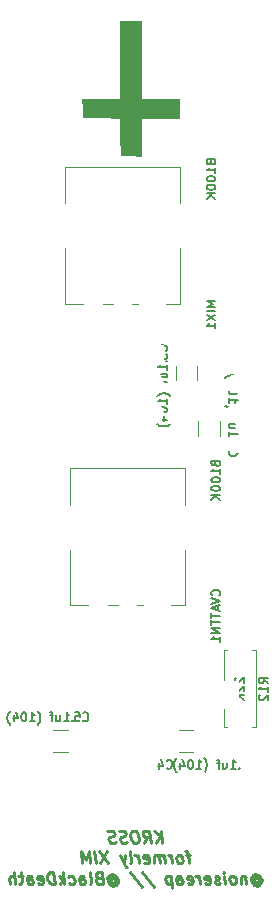
<source format=gbr>
%TF.GenerationSoftware,KiCad,Pcbnew,(5.1.12-1-10_14)*%
%TF.CreationDate,2021-12-12T17:33:21+01:00*%
%TF.ProjectId,kross,6b726f73-732e-46b6-9963-61645f706362,rev?*%
%TF.SameCoordinates,Original*%
%TF.FileFunction,Legend,Bot*%
%TF.FilePolarity,Positive*%
%FSLAX46Y46*%
G04 Gerber Fmt 4.6, Leading zero omitted, Abs format (unit mm)*
G04 Created by KiCad (PCBNEW (5.1.12-1-10_14)) date 2021-12-12 17:33:21*
%MOMM*%
%LPD*%
G01*
G04 APERTURE LIST*
%ADD10C,0.250000*%
%ADD11C,0.010000*%
%ADD12C,0.120000*%
%ADD13C,0.150000*%
%ADD14O,1.600000X2.400000*%
%ADD15R,1.600000X2.400000*%
%ADD16O,2.400000X1.600000*%
%ADD17R,2.400000X1.600000*%
%ADD18R,1.600000X1.600000*%
%ADD19O,1.600000X1.600000*%
%ADD20O,1.740000X2.200000*%
%ADD21C,3.200000*%
%ADD22C,3.240000*%
%ADD23C,1.800000*%
%ADD24R,1.800000X1.800000*%
%ADD25C,1.600000*%
%ADD26R,1.727200X1.727200*%
%ADD27O,1.727200X1.727200*%
G04 APERTURE END LIST*
D10*
X82846205Y-111702380D02*
X82721205Y-110702380D01*
X82274776Y-111702380D02*
X82631919Y-111130952D01*
X82149776Y-110702380D02*
X82792633Y-111273809D01*
X81274776Y-111702380D02*
X81548586Y-111226190D01*
X81846205Y-111702380D02*
X81721205Y-110702380D01*
X81340252Y-110702380D01*
X81250967Y-110750000D01*
X81209300Y-110797619D01*
X81173586Y-110892857D01*
X81191443Y-111035714D01*
X81250967Y-111130952D01*
X81304538Y-111178571D01*
X81405729Y-111226190D01*
X81786681Y-111226190D01*
X80530729Y-110702380D02*
X80340252Y-110702380D01*
X80250967Y-110750000D01*
X80167633Y-110845238D01*
X80143824Y-111035714D01*
X80185491Y-111369047D01*
X80256919Y-111559523D01*
X80364062Y-111654761D01*
X80465252Y-111702380D01*
X80655729Y-111702380D01*
X80745014Y-111654761D01*
X80828348Y-111559523D01*
X80852157Y-111369047D01*
X80810491Y-111035714D01*
X80739062Y-110845238D01*
X80631919Y-110750000D01*
X80530729Y-110702380D01*
X79840252Y-111654761D02*
X79703348Y-111702380D01*
X79465252Y-111702380D01*
X79364062Y-111654761D01*
X79310491Y-111607142D01*
X79250967Y-111511904D01*
X79239062Y-111416666D01*
X79274776Y-111321428D01*
X79316443Y-111273809D01*
X79405729Y-111226190D01*
X79590252Y-111178571D01*
X79679538Y-111130952D01*
X79721205Y-111083333D01*
X79756919Y-110988095D01*
X79745014Y-110892857D01*
X79685491Y-110797619D01*
X79631919Y-110750000D01*
X79530729Y-110702380D01*
X79292633Y-110702380D01*
X79155729Y-110750000D01*
X78887872Y-111654761D02*
X78750967Y-111702380D01*
X78512872Y-111702380D01*
X78411681Y-111654761D01*
X78358110Y-111607142D01*
X78298586Y-111511904D01*
X78286681Y-111416666D01*
X78322395Y-111321428D01*
X78364062Y-111273809D01*
X78453348Y-111226190D01*
X78637872Y-111178571D01*
X78727157Y-111130952D01*
X78768824Y-111083333D01*
X78804538Y-110988095D01*
X78792633Y-110892857D01*
X78733110Y-110797619D01*
X78679538Y-110750000D01*
X78578348Y-110702380D01*
X78340252Y-110702380D01*
X78203348Y-110750000D01*
X85191443Y-112785714D02*
X84810491Y-112785714D01*
X85131919Y-113452380D02*
X85024776Y-112595238D01*
X84965252Y-112500000D01*
X84864062Y-112452380D01*
X84768824Y-112452380D01*
X84417633Y-113452380D02*
X84506919Y-113404761D01*
X84548586Y-113357142D01*
X84584300Y-113261904D01*
X84548586Y-112976190D01*
X84489062Y-112880952D01*
X84435491Y-112833333D01*
X84334300Y-112785714D01*
X84191443Y-112785714D01*
X84102157Y-112833333D01*
X84060491Y-112880952D01*
X84024776Y-112976190D01*
X84060491Y-113261904D01*
X84120014Y-113357142D01*
X84173586Y-113404761D01*
X84274776Y-113452380D01*
X84417633Y-113452380D01*
X83655729Y-113452380D02*
X83572395Y-112785714D01*
X83596205Y-112976190D02*
X83536681Y-112880952D01*
X83483110Y-112833333D01*
X83381919Y-112785714D01*
X83286681Y-112785714D01*
X83036681Y-113452380D02*
X82953348Y-112785714D01*
X82965252Y-112880952D02*
X82911681Y-112833333D01*
X82810491Y-112785714D01*
X82667633Y-112785714D01*
X82578348Y-112833333D01*
X82542633Y-112928571D01*
X82608110Y-113452380D01*
X82542633Y-112928571D02*
X82483110Y-112833333D01*
X82381919Y-112785714D01*
X82239062Y-112785714D01*
X82149776Y-112833333D01*
X82114062Y-112928571D01*
X82179538Y-113452380D01*
X81316443Y-113404761D02*
X81417633Y-113452380D01*
X81608110Y-113452380D01*
X81697395Y-113404761D01*
X81733110Y-113309523D01*
X81685491Y-112928571D01*
X81625967Y-112833333D01*
X81524776Y-112785714D01*
X81334300Y-112785714D01*
X81245014Y-112833333D01*
X81209300Y-112928571D01*
X81221205Y-113023809D01*
X81709300Y-113119047D01*
X80846205Y-113452380D02*
X80762872Y-112785714D01*
X80786681Y-112976190D02*
X80727157Y-112880952D01*
X80673586Y-112833333D01*
X80572395Y-112785714D01*
X80477157Y-112785714D01*
X80084300Y-113452380D02*
X80173586Y-113404761D01*
X80209300Y-113309523D01*
X80102157Y-112452380D01*
X79715252Y-112785714D02*
X79560491Y-113452380D01*
X79239062Y-112785714D02*
X79560491Y-113452380D01*
X79685491Y-113690476D01*
X79739062Y-113738095D01*
X79840252Y-113785714D01*
X78149776Y-112452380D02*
X77608110Y-113452380D01*
X77483110Y-112452380D02*
X78274776Y-113452380D01*
X77227157Y-113452380D02*
X77102157Y-112452380D01*
X76750967Y-113452380D02*
X76625967Y-112452380D01*
X76381919Y-113166666D01*
X75959300Y-112452380D01*
X76084300Y-113452380D01*
X90572395Y-114726190D02*
X90614062Y-114678571D01*
X90703348Y-114630952D01*
X90798586Y-114630952D01*
X90899776Y-114678571D01*
X90953348Y-114726190D01*
X91012872Y-114821428D01*
X91024776Y-114916666D01*
X90989062Y-115011904D01*
X90947395Y-115059523D01*
X90858110Y-115107142D01*
X90762872Y-115107142D01*
X90661681Y-115059523D01*
X90608110Y-115011904D01*
X90560491Y-114630952D02*
X90608110Y-115011904D01*
X90566443Y-115059523D01*
X90518824Y-115059523D01*
X90417633Y-115011904D01*
X90358110Y-114916666D01*
X90328348Y-114678571D01*
X90405729Y-114535714D01*
X90536681Y-114440476D01*
X90721205Y-114392857D01*
X90917633Y-114440476D01*
X91072395Y-114535714D01*
X91185491Y-114678571D01*
X91256919Y-114869047D01*
X91233110Y-115059523D01*
X91155729Y-115202380D01*
X91024776Y-115297619D01*
X90840252Y-115345238D01*
X90643824Y-115297619D01*
X90489062Y-115202380D01*
X89881919Y-114535714D02*
X89965252Y-115202380D01*
X89893824Y-114630952D02*
X89840252Y-114583333D01*
X89739062Y-114535714D01*
X89596205Y-114535714D01*
X89506919Y-114583333D01*
X89471205Y-114678571D01*
X89536681Y-115202380D01*
X88917633Y-115202380D02*
X89006919Y-115154761D01*
X89048586Y-115107142D01*
X89084300Y-115011904D01*
X89048586Y-114726190D01*
X88989062Y-114630952D01*
X88935491Y-114583333D01*
X88834300Y-114535714D01*
X88691443Y-114535714D01*
X88602157Y-114583333D01*
X88560491Y-114630952D01*
X88524776Y-114726190D01*
X88560491Y-115011904D01*
X88620014Y-115107142D01*
X88673586Y-115154761D01*
X88774776Y-115202380D01*
X88917633Y-115202380D01*
X88155729Y-115202380D02*
X88072395Y-114535714D01*
X88030729Y-114202380D02*
X88084300Y-114250000D01*
X88042633Y-114297619D01*
X87989062Y-114250000D01*
X88030729Y-114202380D01*
X88042633Y-114297619D01*
X87721205Y-115154761D02*
X87631919Y-115202380D01*
X87441443Y-115202380D01*
X87340252Y-115154761D01*
X87280729Y-115059523D01*
X87274776Y-115011904D01*
X87310491Y-114916666D01*
X87399776Y-114869047D01*
X87542633Y-114869047D01*
X87631919Y-114821428D01*
X87667633Y-114726190D01*
X87661681Y-114678571D01*
X87602157Y-114583333D01*
X87500967Y-114535714D01*
X87358110Y-114535714D01*
X87268824Y-114583333D01*
X86483110Y-115154761D02*
X86584300Y-115202380D01*
X86774776Y-115202380D01*
X86864062Y-115154761D01*
X86899776Y-115059523D01*
X86852157Y-114678571D01*
X86792633Y-114583333D01*
X86691443Y-114535714D01*
X86500967Y-114535714D01*
X86411681Y-114583333D01*
X86375967Y-114678571D01*
X86387872Y-114773809D01*
X86875967Y-114869047D01*
X86012872Y-115202380D02*
X85929538Y-114535714D01*
X85953348Y-114726190D02*
X85893824Y-114630952D01*
X85840252Y-114583333D01*
X85739062Y-114535714D01*
X85643824Y-114535714D01*
X85006919Y-115154761D02*
X85108110Y-115202380D01*
X85298586Y-115202380D01*
X85387872Y-115154761D01*
X85423586Y-115059523D01*
X85375967Y-114678571D01*
X85316443Y-114583333D01*
X85215252Y-114535714D01*
X85024776Y-114535714D01*
X84935491Y-114583333D01*
X84899776Y-114678571D01*
X84911681Y-114773809D01*
X85399776Y-114869047D01*
X84108110Y-115202380D02*
X84042633Y-114678571D01*
X84078348Y-114583333D01*
X84167633Y-114535714D01*
X84358110Y-114535714D01*
X84459300Y-114583333D01*
X84102157Y-115154761D02*
X84203348Y-115202380D01*
X84441443Y-115202380D01*
X84530729Y-115154761D01*
X84566443Y-115059523D01*
X84554538Y-114964285D01*
X84495014Y-114869047D01*
X84393824Y-114821428D01*
X84155729Y-114821428D01*
X84054538Y-114773809D01*
X83548586Y-114535714D02*
X83673586Y-115535714D01*
X83554538Y-114583333D02*
X83453348Y-114535714D01*
X83262872Y-114535714D01*
X83173586Y-114583333D01*
X83131919Y-114630952D01*
X83096205Y-114726190D01*
X83131919Y-115011904D01*
X83191443Y-115107142D01*
X83245014Y-115154761D01*
X83346205Y-115202380D01*
X83536681Y-115202380D01*
X83625967Y-115154761D01*
X81120014Y-114154761D02*
X82137872Y-115440476D01*
X80072395Y-114154761D02*
X81090252Y-115440476D01*
X78429538Y-114726190D02*
X78471205Y-114678571D01*
X78560491Y-114630952D01*
X78655729Y-114630952D01*
X78756919Y-114678571D01*
X78810491Y-114726190D01*
X78870014Y-114821428D01*
X78881919Y-114916666D01*
X78846205Y-115011904D01*
X78804538Y-115059523D01*
X78715252Y-115107142D01*
X78620014Y-115107142D01*
X78518824Y-115059523D01*
X78465252Y-115011904D01*
X78417633Y-114630952D02*
X78465252Y-115011904D01*
X78423586Y-115059523D01*
X78375967Y-115059523D01*
X78274776Y-115011904D01*
X78215252Y-114916666D01*
X78185491Y-114678571D01*
X78262872Y-114535714D01*
X78393824Y-114440476D01*
X78578348Y-114392857D01*
X78774776Y-114440476D01*
X78929538Y-114535714D01*
X79042633Y-114678571D01*
X79114062Y-114869047D01*
X79090252Y-115059523D01*
X79012872Y-115202380D01*
X78881919Y-115297619D01*
X78697395Y-115345238D01*
X78500967Y-115297619D01*
X78346205Y-115202380D01*
X77423586Y-114678571D02*
X77286681Y-114726190D01*
X77245014Y-114773809D01*
X77209300Y-114869047D01*
X77227157Y-115011904D01*
X77286681Y-115107142D01*
X77340252Y-115154761D01*
X77441443Y-115202380D01*
X77822395Y-115202380D01*
X77697395Y-114202380D01*
X77364062Y-114202380D01*
X77274776Y-114250000D01*
X77233110Y-114297619D01*
X77197395Y-114392857D01*
X77209300Y-114488095D01*
X77268824Y-114583333D01*
X77322395Y-114630952D01*
X77423586Y-114678571D01*
X77756919Y-114678571D01*
X76679538Y-115202380D02*
X76768824Y-115154761D01*
X76804538Y-115059523D01*
X76697395Y-114202380D01*
X75870014Y-115202380D02*
X75804538Y-114678571D01*
X75840252Y-114583333D01*
X75929538Y-114535714D01*
X76120014Y-114535714D01*
X76221205Y-114583333D01*
X75864062Y-115154761D02*
X75965252Y-115202380D01*
X76203348Y-115202380D01*
X76292633Y-115154761D01*
X76328348Y-115059523D01*
X76316443Y-114964285D01*
X76256919Y-114869047D01*
X76155729Y-114821428D01*
X75917633Y-114821428D01*
X75816443Y-114773809D01*
X74959300Y-115154761D02*
X75060491Y-115202380D01*
X75250967Y-115202380D01*
X75340252Y-115154761D01*
X75381919Y-115107142D01*
X75417633Y-115011904D01*
X75381919Y-114726190D01*
X75322395Y-114630952D01*
X75268824Y-114583333D01*
X75167633Y-114535714D01*
X74977157Y-114535714D01*
X74887872Y-114583333D01*
X74536681Y-115202380D02*
X74411681Y-114202380D01*
X74393824Y-114821428D02*
X74155729Y-115202380D01*
X74072395Y-114535714D02*
X74500967Y-114916666D01*
X73727157Y-115202380D02*
X73602157Y-114202380D01*
X73364062Y-114202380D01*
X73227157Y-114250000D01*
X73143824Y-114345238D01*
X73108110Y-114440476D01*
X73084300Y-114630952D01*
X73102157Y-114773809D01*
X73173586Y-114964285D01*
X73233110Y-115059523D01*
X73340252Y-115154761D01*
X73489062Y-115202380D01*
X73727157Y-115202380D01*
X72340252Y-115154761D02*
X72441443Y-115202380D01*
X72631919Y-115202380D01*
X72721205Y-115154761D01*
X72756919Y-115059523D01*
X72709300Y-114678571D01*
X72649776Y-114583333D01*
X72548586Y-114535714D01*
X72358110Y-114535714D01*
X72268824Y-114583333D01*
X72233110Y-114678571D01*
X72245014Y-114773809D01*
X72733110Y-114869047D01*
X71441443Y-115202380D02*
X71375967Y-114678571D01*
X71411681Y-114583333D01*
X71500967Y-114535714D01*
X71691443Y-114535714D01*
X71792633Y-114583333D01*
X71435491Y-115154761D02*
X71536681Y-115202380D01*
X71774776Y-115202380D01*
X71864062Y-115154761D01*
X71899776Y-115059523D01*
X71887872Y-114964285D01*
X71828348Y-114869047D01*
X71727157Y-114821428D01*
X71489062Y-114821428D01*
X71387872Y-114773809D01*
X71024776Y-114535714D02*
X70643824Y-114535714D01*
X70840252Y-114202380D02*
X70947395Y-115059523D01*
X70911681Y-115154761D01*
X70822395Y-115202380D01*
X70727157Y-115202380D01*
X70393824Y-115202380D02*
X70268824Y-114202380D01*
X69965252Y-115202380D02*
X69899776Y-114678571D01*
X69935491Y-114583333D01*
X70024776Y-114535714D01*
X70167633Y-114535714D01*
X70268824Y-114583333D01*
X70322395Y-114630952D01*
D11*
%TO.C,G\u002A\u002A\u002A*%
G36*
X81032867Y-50341958D02*
G01*
X84230070Y-50341958D01*
X84230070Y-48743357D01*
X81032867Y-48743357D01*
X81032867Y-42171329D01*
X79256643Y-42171329D01*
X79256643Y-48743357D01*
X76039014Y-48743357D01*
X76093633Y-49498252D01*
X76148251Y-50253147D01*
X77695631Y-50304369D01*
X79243011Y-50355590D01*
X79294233Y-51902970D01*
X79345454Y-53450350D01*
X80189161Y-53504488D01*
X81032867Y-53558625D01*
X81032867Y-50341958D01*
G37*
X81032867Y-50341958D02*
X84230070Y-50341958D01*
X84230070Y-48743357D01*
X81032867Y-48743357D01*
X81032867Y-42171329D01*
X79256643Y-42171329D01*
X79256643Y-48743357D01*
X76039014Y-48743357D01*
X76093633Y-49498252D01*
X76148251Y-50253147D01*
X77695631Y-50304369D01*
X79243011Y-50355590D01*
X79294233Y-51902970D01*
X79345454Y-53450350D01*
X80189161Y-53504488D01*
X81032867Y-53558625D01*
X81032867Y-50341958D01*
D12*
%TO.C,MIX1*%
X74630000Y-54530000D02*
X84370000Y-54530000D01*
X74630000Y-66120000D02*
X76120000Y-66120000D01*
X74630000Y-57590000D02*
X74630000Y-54530000D01*
X84380000Y-66120000D02*
X84380000Y-61400000D01*
X84370000Y-57590000D02*
X84370000Y-54530000D01*
X74630000Y-66120000D02*
X74630000Y-61400000D01*
X83190000Y-66120000D02*
X84370000Y-66120000D01*
X80290000Y-66120000D02*
X80820000Y-66120000D01*
X77840000Y-66120000D02*
X78670000Y-66120000D01*
%TO.C,CVATTN1*%
X78240000Y-91620000D02*
X79070000Y-91620000D01*
X80690000Y-91620000D02*
X81220000Y-91620000D01*
X83590000Y-91620000D02*
X84770000Y-91620000D01*
X75030000Y-91620000D02*
X75030000Y-86900000D01*
X84770000Y-83090000D02*
X84770000Y-80030000D01*
X84780000Y-91620000D02*
X84780000Y-86900000D01*
X75030000Y-83090000D02*
X75030000Y-80030000D01*
X75030000Y-91620000D02*
X76520000Y-91620000D01*
X75030000Y-80030000D02*
X84770000Y-80030000D01*
%TO.C,C6*%
X87720000Y-77279000D02*
X87720000Y-76021000D01*
X85880000Y-77279000D02*
X85880000Y-76021000D01*
%TO.C,C5*%
X74879000Y-102180000D02*
X73621000Y-102180000D01*
X74879000Y-104020000D02*
X73621000Y-104020000D01*
%TO.C,C4*%
X84221000Y-102180000D02*
X85479000Y-102180000D01*
X84221000Y-104020000D02*
X85479000Y-104020000D01*
%TO.C,C3*%
X85820000Y-71321000D02*
X85820000Y-72579000D01*
X83980000Y-71321000D02*
X83980000Y-72579000D01*
%TO.C,R12*%
X88030000Y-95420000D02*
X88360000Y-95420000D01*
X88030000Y-101960000D02*
X88030000Y-95420000D01*
X88360000Y-101960000D02*
X88030000Y-101960000D01*
X90770000Y-95420000D02*
X90440000Y-95420000D01*
X90770000Y-101960000D02*
X90770000Y-95420000D01*
X90440000Y-101960000D02*
X90770000Y-101960000D01*
%TO.C,MIX1*%
D13*
X87339285Y-65857142D02*
X86589285Y-65857142D01*
X87125000Y-66107142D01*
X86589285Y-66357142D01*
X87339285Y-66357142D01*
X87339285Y-66714285D02*
X86589285Y-66714285D01*
X86589285Y-67000000D02*
X87339285Y-67500000D01*
X86589285Y-67500000D02*
X87339285Y-67000000D01*
X87339285Y-68178571D02*
X87339285Y-67750000D01*
X87339285Y-67964285D02*
X86589285Y-67964285D01*
X86696428Y-67892857D01*
X86767857Y-67821428D01*
X86803571Y-67750000D01*
X86946428Y-54107142D02*
X86982142Y-54214285D01*
X87017857Y-54250000D01*
X87089285Y-54285714D01*
X87196428Y-54285714D01*
X87267857Y-54250000D01*
X87303571Y-54214285D01*
X87339285Y-54142857D01*
X87339285Y-53857142D01*
X86589285Y-53857142D01*
X86589285Y-54107142D01*
X86625000Y-54178571D01*
X86660714Y-54214285D01*
X86732142Y-54250000D01*
X86803571Y-54250000D01*
X86875000Y-54214285D01*
X86910714Y-54178571D01*
X86946428Y-54107142D01*
X86946428Y-53857142D01*
X87339285Y-55000000D02*
X87339285Y-54571428D01*
X87339285Y-54785714D02*
X86589285Y-54785714D01*
X86696428Y-54714285D01*
X86767857Y-54642857D01*
X86803571Y-54571428D01*
X86589285Y-55464285D02*
X86589285Y-55535714D01*
X86625000Y-55607142D01*
X86660714Y-55642857D01*
X86732142Y-55678571D01*
X86875000Y-55714285D01*
X87053571Y-55714285D01*
X87196428Y-55678571D01*
X87267857Y-55642857D01*
X87303571Y-55607142D01*
X87339285Y-55535714D01*
X87339285Y-55464285D01*
X87303571Y-55392857D01*
X87267857Y-55357142D01*
X87196428Y-55321428D01*
X87053571Y-55285714D01*
X86875000Y-55285714D01*
X86732142Y-55321428D01*
X86660714Y-55357142D01*
X86625000Y-55392857D01*
X86589285Y-55464285D01*
X86589285Y-56178571D02*
X86589285Y-56250000D01*
X86625000Y-56321428D01*
X86660714Y-56357142D01*
X86732142Y-56392857D01*
X86875000Y-56428571D01*
X87053571Y-56428571D01*
X87196428Y-56392857D01*
X87267857Y-56357142D01*
X87303571Y-56321428D01*
X87339285Y-56250000D01*
X87339285Y-56178571D01*
X87303571Y-56107142D01*
X87267857Y-56071428D01*
X87196428Y-56035714D01*
X87053571Y-56000000D01*
X86875000Y-56000000D01*
X86732142Y-56035714D01*
X86660714Y-56071428D01*
X86625000Y-56107142D01*
X86589285Y-56178571D01*
X87339285Y-56750000D02*
X86589285Y-56750000D01*
X87339285Y-57178571D02*
X86910714Y-56857142D01*
X86589285Y-57178571D02*
X87017857Y-56750000D01*
%TO.C,CVATTN1*%
X87667857Y-90767857D02*
X87703571Y-90732142D01*
X87739285Y-90625000D01*
X87739285Y-90553571D01*
X87703571Y-90446428D01*
X87632142Y-90375000D01*
X87560714Y-90339285D01*
X87417857Y-90303571D01*
X87310714Y-90303571D01*
X87167857Y-90339285D01*
X87096428Y-90375000D01*
X87025000Y-90446428D01*
X86989285Y-90553571D01*
X86989285Y-90625000D01*
X87025000Y-90732142D01*
X87060714Y-90767857D01*
X86989285Y-90982142D02*
X87739285Y-91232142D01*
X86989285Y-91482142D01*
X87525000Y-91696428D02*
X87525000Y-92053571D01*
X87739285Y-91625000D02*
X86989285Y-91875000D01*
X87739285Y-92125000D01*
X86989285Y-92267857D02*
X86989285Y-92696428D01*
X87739285Y-92482142D02*
X86989285Y-92482142D01*
X86989285Y-92839285D02*
X86989285Y-93267857D01*
X87739285Y-93053571D02*
X86989285Y-93053571D01*
X87739285Y-93517857D02*
X86989285Y-93517857D01*
X87739285Y-93946428D01*
X86989285Y-93946428D01*
X87739285Y-94696428D02*
X87739285Y-94267857D01*
X87739285Y-94482142D02*
X86989285Y-94482142D01*
X87096428Y-94410714D01*
X87167857Y-94339285D01*
X87203571Y-94267857D01*
X87346428Y-79607142D02*
X87382142Y-79714285D01*
X87417857Y-79750000D01*
X87489285Y-79785714D01*
X87596428Y-79785714D01*
X87667857Y-79750000D01*
X87703571Y-79714285D01*
X87739285Y-79642857D01*
X87739285Y-79357142D01*
X86989285Y-79357142D01*
X86989285Y-79607142D01*
X87025000Y-79678571D01*
X87060714Y-79714285D01*
X87132142Y-79750000D01*
X87203571Y-79750000D01*
X87275000Y-79714285D01*
X87310714Y-79678571D01*
X87346428Y-79607142D01*
X87346428Y-79357142D01*
X87739285Y-80500000D02*
X87739285Y-80071428D01*
X87739285Y-80285714D02*
X86989285Y-80285714D01*
X87096428Y-80214285D01*
X87167857Y-80142857D01*
X87203571Y-80071428D01*
X86989285Y-80964285D02*
X86989285Y-81035714D01*
X87025000Y-81107142D01*
X87060714Y-81142857D01*
X87132142Y-81178571D01*
X87275000Y-81214285D01*
X87453571Y-81214285D01*
X87596428Y-81178571D01*
X87667857Y-81142857D01*
X87703571Y-81107142D01*
X87739285Y-81035714D01*
X87739285Y-80964285D01*
X87703571Y-80892857D01*
X87667857Y-80857142D01*
X87596428Y-80821428D01*
X87453571Y-80785714D01*
X87275000Y-80785714D01*
X87132142Y-80821428D01*
X87060714Y-80857142D01*
X87025000Y-80892857D01*
X86989285Y-80964285D01*
X86989285Y-81678571D02*
X86989285Y-81750000D01*
X87025000Y-81821428D01*
X87060714Y-81857142D01*
X87132142Y-81892857D01*
X87275000Y-81928571D01*
X87453571Y-81928571D01*
X87596428Y-81892857D01*
X87667857Y-81857142D01*
X87703571Y-81821428D01*
X87739285Y-81750000D01*
X87739285Y-81678571D01*
X87703571Y-81607142D01*
X87667857Y-81571428D01*
X87596428Y-81535714D01*
X87453571Y-81500000D01*
X87275000Y-81500000D01*
X87132142Y-81535714D01*
X87060714Y-81571428D01*
X87025000Y-81607142D01*
X86989285Y-81678571D01*
X87739285Y-82250000D02*
X86989285Y-82250000D01*
X87739285Y-82678571D02*
X87310714Y-82357142D01*
X86989285Y-82678571D02*
X87417857Y-82250000D01*
%TO.C,C6*%
X88532142Y-78525000D02*
X88496428Y-78560714D01*
X88460714Y-78667857D01*
X88460714Y-78739285D01*
X88496428Y-78846428D01*
X88567857Y-78917857D01*
X88639285Y-78953571D01*
X88782142Y-78989285D01*
X88889285Y-78989285D01*
X89032142Y-78953571D01*
X89103571Y-78917857D01*
X89175000Y-78846428D01*
X89210714Y-78739285D01*
X89210714Y-78667857D01*
X89175000Y-78560714D01*
X89139285Y-78525000D01*
X89210714Y-77882142D02*
X89210714Y-78025000D01*
X89175000Y-78096428D01*
X89139285Y-78132142D01*
X89032142Y-78203571D01*
X88889285Y-78239285D01*
X88603571Y-78239285D01*
X88532142Y-78203571D01*
X88496428Y-78167857D01*
X88460714Y-78096428D01*
X88460714Y-77953571D01*
X88496428Y-77882142D01*
X88532142Y-77846428D01*
X88603571Y-77810714D01*
X88782142Y-77810714D01*
X88853571Y-77846428D01*
X88889285Y-77882142D01*
X88925000Y-77953571D01*
X88925000Y-78096428D01*
X88889285Y-78167857D01*
X88853571Y-78203571D01*
X88782142Y-78239285D01*
X88532142Y-77667857D02*
X88496428Y-77632142D01*
X88460714Y-77667857D01*
X88496428Y-77703571D01*
X88532142Y-77667857D01*
X88460714Y-77667857D01*
X88460714Y-76917857D02*
X88460714Y-77346428D01*
X88460714Y-77132142D02*
X89210714Y-77132142D01*
X89103571Y-77203571D01*
X89032142Y-77275000D01*
X88996428Y-77346428D01*
X88960714Y-76275000D02*
X88460714Y-76275000D01*
X88960714Y-76596428D02*
X88567857Y-76596428D01*
X88496428Y-76560714D01*
X88460714Y-76489285D01*
X88460714Y-76382142D01*
X88496428Y-76310714D01*
X88532142Y-76275000D01*
X88960714Y-76025000D02*
X88960714Y-75739285D01*
X88460714Y-75917857D02*
X89103571Y-75917857D01*
X89175000Y-75882142D01*
X89210714Y-75810714D01*
X89210714Y-75739285D01*
X88175000Y-74703571D02*
X88210714Y-74739285D01*
X88317857Y-74810714D01*
X88389285Y-74846428D01*
X88496428Y-74882142D01*
X88675000Y-74917857D01*
X88817857Y-74917857D01*
X88996428Y-74882142D01*
X89103571Y-74846428D01*
X89175000Y-74810714D01*
X89282142Y-74739285D01*
X89317857Y-74703571D01*
X88460714Y-74025000D02*
X88460714Y-74453571D01*
X88460714Y-74239285D02*
X89210714Y-74239285D01*
X89103571Y-74310714D01*
X89032142Y-74382142D01*
X88996428Y-74453571D01*
X89210714Y-73560714D02*
X89210714Y-73489285D01*
X89175000Y-73417857D01*
X89139285Y-73382142D01*
X89067857Y-73346428D01*
X88925000Y-73310714D01*
X88746428Y-73310714D01*
X88603571Y-73346428D01*
X88532142Y-73382142D01*
X88496428Y-73417857D01*
X88460714Y-73489285D01*
X88460714Y-73560714D01*
X88496428Y-73632142D01*
X88532142Y-73667857D01*
X88603571Y-73703571D01*
X88746428Y-73739285D01*
X88925000Y-73739285D01*
X89067857Y-73703571D01*
X89139285Y-73667857D01*
X89175000Y-73632142D01*
X89210714Y-73560714D01*
X88960714Y-72667857D02*
X88460714Y-72667857D01*
X89246428Y-72846428D02*
X88710714Y-73025000D01*
X88710714Y-72560714D01*
X88175000Y-72346428D02*
X88210714Y-72310714D01*
X88317857Y-72239285D01*
X88389285Y-72203571D01*
X88496428Y-72167857D01*
X88675000Y-72132142D01*
X88817857Y-72132142D01*
X88996428Y-72167857D01*
X89103571Y-72203571D01*
X89175000Y-72239285D01*
X89282142Y-72310714D01*
X89317857Y-72346428D01*
%TO.C,C5*%
X76125000Y-101367857D02*
X76160714Y-101403571D01*
X76267857Y-101439285D01*
X76339285Y-101439285D01*
X76446428Y-101403571D01*
X76517857Y-101332142D01*
X76553571Y-101260714D01*
X76589285Y-101117857D01*
X76589285Y-101010714D01*
X76553571Y-100867857D01*
X76517857Y-100796428D01*
X76446428Y-100725000D01*
X76339285Y-100689285D01*
X76267857Y-100689285D01*
X76160714Y-100725000D01*
X76125000Y-100760714D01*
X75446428Y-100689285D02*
X75803571Y-100689285D01*
X75839285Y-101046428D01*
X75803571Y-101010714D01*
X75732142Y-100975000D01*
X75553571Y-100975000D01*
X75482142Y-101010714D01*
X75446428Y-101046428D01*
X75410714Y-101117857D01*
X75410714Y-101296428D01*
X75446428Y-101367857D01*
X75482142Y-101403571D01*
X75553571Y-101439285D01*
X75732142Y-101439285D01*
X75803571Y-101403571D01*
X75839285Y-101367857D01*
X75267857Y-101367857D02*
X75232142Y-101403571D01*
X75267857Y-101439285D01*
X75303571Y-101403571D01*
X75267857Y-101367857D01*
X75267857Y-101439285D01*
X74517857Y-101439285D02*
X74946428Y-101439285D01*
X74732142Y-101439285D02*
X74732142Y-100689285D01*
X74803571Y-100796428D01*
X74875000Y-100867857D01*
X74946428Y-100903571D01*
X73875000Y-100939285D02*
X73875000Y-101439285D01*
X74196428Y-100939285D02*
X74196428Y-101332142D01*
X74160714Y-101403571D01*
X74089285Y-101439285D01*
X73982142Y-101439285D01*
X73910714Y-101403571D01*
X73875000Y-101367857D01*
X73625000Y-100939285D02*
X73339285Y-100939285D01*
X73517857Y-101439285D02*
X73517857Y-100796428D01*
X73482142Y-100725000D01*
X73410714Y-100689285D01*
X73339285Y-100689285D01*
X72303571Y-101725000D02*
X72339285Y-101689285D01*
X72410714Y-101582142D01*
X72446428Y-101510714D01*
X72482142Y-101403571D01*
X72517857Y-101225000D01*
X72517857Y-101082142D01*
X72482142Y-100903571D01*
X72446428Y-100796428D01*
X72410714Y-100725000D01*
X72339285Y-100617857D01*
X72303571Y-100582142D01*
X71625000Y-101439285D02*
X72053571Y-101439285D01*
X71839285Y-101439285D02*
X71839285Y-100689285D01*
X71910714Y-100796428D01*
X71982142Y-100867857D01*
X72053571Y-100903571D01*
X71160714Y-100689285D02*
X71089285Y-100689285D01*
X71017857Y-100725000D01*
X70982142Y-100760714D01*
X70946428Y-100832142D01*
X70910714Y-100975000D01*
X70910714Y-101153571D01*
X70946428Y-101296428D01*
X70982142Y-101367857D01*
X71017857Y-101403571D01*
X71089285Y-101439285D01*
X71160714Y-101439285D01*
X71232142Y-101403571D01*
X71267857Y-101367857D01*
X71303571Y-101296428D01*
X71339285Y-101153571D01*
X71339285Y-100975000D01*
X71303571Y-100832142D01*
X71267857Y-100760714D01*
X71232142Y-100725000D01*
X71160714Y-100689285D01*
X70267857Y-100939285D02*
X70267857Y-101439285D01*
X70446428Y-100653571D02*
X70625000Y-101189285D01*
X70160714Y-101189285D01*
X69946428Y-101725000D02*
X69910714Y-101689285D01*
X69839285Y-101582142D01*
X69803571Y-101510714D01*
X69767857Y-101403571D01*
X69732142Y-101225000D01*
X69732142Y-101082142D01*
X69767857Y-100903571D01*
X69803571Y-100796428D01*
X69839285Y-100725000D01*
X69910714Y-100617857D01*
X69946428Y-100582142D01*
%TO.C,C4*%
X83225000Y-105367857D02*
X83260714Y-105403571D01*
X83367857Y-105439285D01*
X83439285Y-105439285D01*
X83546428Y-105403571D01*
X83617857Y-105332142D01*
X83653571Y-105260714D01*
X83689285Y-105117857D01*
X83689285Y-105010714D01*
X83653571Y-104867857D01*
X83617857Y-104796428D01*
X83546428Y-104725000D01*
X83439285Y-104689285D01*
X83367857Y-104689285D01*
X83260714Y-104725000D01*
X83225000Y-104760714D01*
X82582142Y-104939285D02*
X82582142Y-105439285D01*
X82760714Y-104653571D02*
X82939285Y-105189285D01*
X82475000Y-105189285D01*
X89367857Y-105367857D02*
X89332142Y-105403571D01*
X89367857Y-105439285D01*
X89403571Y-105403571D01*
X89367857Y-105367857D01*
X89367857Y-105439285D01*
X88617857Y-105439285D02*
X89046428Y-105439285D01*
X88832142Y-105439285D02*
X88832142Y-104689285D01*
X88903571Y-104796428D01*
X88975000Y-104867857D01*
X89046428Y-104903571D01*
X87975000Y-104939285D02*
X87975000Y-105439285D01*
X88296428Y-104939285D02*
X88296428Y-105332142D01*
X88260714Y-105403571D01*
X88189285Y-105439285D01*
X88082142Y-105439285D01*
X88010714Y-105403571D01*
X87975000Y-105367857D01*
X87725000Y-104939285D02*
X87439285Y-104939285D01*
X87617857Y-105439285D02*
X87617857Y-104796428D01*
X87582142Y-104725000D01*
X87510714Y-104689285D01*
X87439285Y-104689285D01*
X86403571Y-105725000D02*
X86439285Y-105689285D01*
X86510714Y-105582142D01*
X86546428Y-105510714D01*
X86582142Y-105403571D01*
X86617857Y-105225000D01*
X86617857Y-105082142D01*
X86582142Y-104903571D01*
X86546428Y-104796428D01*
X86510714Y-104725000D01*
X86439285Y-104617857D01*
X86403571Y-104582142D01*
X85725000Y-105439285D02*
X86153571Y-105439285D01*
X85939285Y-105439285D02*
X85939285Y-104689285D01*
X86010714Y-104796428D01*
X86082142Y-104867857D01*
X86153571Y-104903571D01*
X85260714Y-104689285D02*
X85189285Y-104689285D01*
X85117857Y-104725000D01*
X85082142Y-104760714D01*
X85046428Y-104832142D01*
X85010714Y-104975000D01*
X85010714Y-105153571D01*
X85046428Y-105296428D01*
X85082142Y-105367857D01*
X85117857Y-105403571D01*
X85189285Y-105439285D01*
X85260714Y-105439285D01*
X85332142Y-105403571D01*
X85367857Y-105367857D01*
X85403571Y-105296428D01*
X85439285Y-105153571D01*
X85439285Y-104975000D01*
X85403571Y-104832142D01*
X85367857Y-104760714D01*
X85332142Y-104725000D01*
X85260714Y-104689285D01*
X84367857Y-104939285D02*
X84367857Y-105439285D01*
X84546428Y-104653571D02*
X84725000Y-105189285D01*
X84260714Y-105189285D01*
X84046428Y-105725000D02*
X84010714Y-105689285D01*
X83939285Y-105582142D01*
X83903571Y-105510714D01*
X83867857Y-105403571D01*
X83832142Y-105225000D01*
X83832142Y-105082142D01*
X83867857Y-104903571D01*
X83903571Y-104796428D01*
X83939285Y-104725000D01*
X84010714Y-104617857D01*
X84046428Y-104582142D01*
%TO.C,C3*%
X83167857Y-70075000D02*
X83203571Y-70039285D01*
X83239285Y-69932142D01*
X83239285Y-69860714D01*
X83203571Y-69753571D01*
X83132142Y-69682142D01*
X83060714Y-69646428D01*
X82917857Y-69610714D01*
X82810714Y-69610714D01*
X82667857Y-69646428D01*
X82596428Y-69682142D01*
X82525000Y-69753571D01*
X82489285Y-69860714D01*
X82489285Y-69932142D01*
X82525000Y-70039285D01*
X82560714Y-70075000D01*
X82489285Y-70325000D02*
X82489285Y-70789285D01*
X82775000Y-70539285D01*
X82775000Y-70646428D01*
X82810714Y-70717857D01*
X82846428Y-70753571D01*
X82917857Y-70789285D01*
X83096428Y-70789285D01*
X83167857Y-70753571D01*
X83203571Y-70717857D01*
X83239285Y-70646428D01*
X83239285Y-70432142D01*
X83203571Y-70360714D01*
X83167857Y-70325000D01*
X83167857Y-70932142D02*
X83203571Y-70967857D01*
X83239285Y-70932142D01*
X83203571Y-70896428D01*
X83167857Y-70932142D01*
X83239285Y-70932142D01*
X83239285Y-71682142D02*
X83239285Y-71253571D01*
X83239285Y-71467857D02*
X82489285Y-71467857D01*
X82596428Y-71396428D01*
X82667857Y-71325000D01*
X82703571Y-71253571D01*
X82739285Y-72325000D02*
X83239285Y-72325000D01*
X82739285Y-72003571D02*
X83132142Y-72003571D01*
X83203571Y-72039285D01*
X83239285Y-72110714D01*
X83239285Y-72217857D01*
X83203571Y-72289285D01*
X83167857Y-72325000D01*
X82739285Y-72575000D02*
X82739285Y-72860714D01*
X83239285Y-72682142D02*
X82596428Y-72682142D01*
X82525000Y-72717857D01*
X82489285Y-72789285D01*
X82489285Y-72860714D01*
X83525000Y-73896428D02*
X83489285Y-73860714D01*
X83382142Y-73789285D01*
X83310714Y-73753571D01*
X83203571Y-73717857D01*
X83025000Y-73682142D01*
X82882142Y-73682142D01*
X82703571Y-73717857D01*
X82596428Y-73753571D01*
X82525000Y-73789285D01*
X82417857Y-73860714D01*
X82382142Y-73896428D01*
X83239285Y-74575000D02*
X83239285Y-74146428D01*
X83239285Y-74360714D02*
X82489285Y-74360714D01*
X82596428Y-74289285D01*
X82667857Y-74217857D01*
X82703571Y-74146428D01*
X82489285Y-75039285D02*
X82489285Y-75110714D01*
X82525000Y-75182142D01*
X82560714Y-75217857D01*
X82632142Y-75253571D01*
X82775000Y-75289285D01*
X82953571Y-75289285D01*
X83096428Y-75253571D01*
X83167857Y-75217857D01*
X83203571Y-75182142D01*
X83239285Y-75110714D01*
X83239285Y-75039285D01*
X83203571Y-74967857D01*
X83167857Y-74932142D01*
X83096428Y-74896428D01*
X82953571Y-74860714D01*
X82775000Y-74860714D01*
X82632142Y-74896428D01*
X82560714Y-74932142D01*
X82525000Y-74967857D01*
X82489285Y-75039285D01*
X82739285Y-75932142D02*
X83239285Y-75932142D01*
X82453571Y-75753571D02*
X82989285Y-75575000D01*
X82989285Y-76039285D01*
X83525000Y-76253571D02*
X83489285Y-76289285D01*
X83382142Y-76360714D01*
X83310714Y-76396428D01*
X83203571Y-76432142D01*
X83025000Y-76467857D01*
X82882142Y-76467857D01*
X82703571Y-76432142D01*
X82596428Y-76396428D01*
X82525000Y-76360714D01*
X82417857Y-76289285D01*
X82382142Y-76253571D01*
%TO.C,R12*%
X91771285Y-98207857D02*
X91414142Y-97957857D01*
X91771285Y-97779285D02*
X91021285Y-97779285D01*
X91021285Y-98065000D01*
X91057000Y-98136428D01*
X91092714Y-98172142D01*
X91164142Y-98207857D01*
X91271285Y-98207857D01*
X91342714Y-98172142D01*
X91378428Y-98136428D01*
X91414142Y-98065000D01*
X91414142Y-97779285D01*
X91771285Y-98922142D02*
X91771285Y-98493571D01*
X91771285Y-98707857D02*
X91021285Y-98707857D01*
X91128428Y-98636428D01*
X91199857Y-98565000D01*
X91235571Y-98493571D01*
X91092714Y-99207857D02*
X91057000Y-99243571D01*
X91021285Y-99315000D01*
X91021285Y-99493571D01*
X91057000Y-99565000D01*
X91092714Y-99600714D01*
X91164142Y-99636428D01*
X91235571Y-99636428D01*
X91342714Y-99600714D01*
X91771285Y-99172142D01*
X91771285Y-99636428D01*
X89060714Y-97743571D02*
X89025000Y-97779285D01*
X88989285Y-97850714D01*
X88989285Y-98029285D01*
X89025000Y-98100714D01*
X89060714Y-98136428D01*
X89132142Y-98172142D01*
X89203571Y-98172142D01*
X89310714Y-98136428D01*
X89739285Y-97707857D01*
X89739285Y-98172142D01*
X89060714Y-98457857D02*
X89025000Y-98493571D01*
X88989285Y-98565000D01*
X88989285Y-98743571D01*
X89025000Y-98815000D01*
X89060714Y-98850714D01*
X89132142Y-98886428D01*
X89203571Y-98886428D01*
X89310714Y-98850714D01*
X89739285Y-98422142D01*
X89739285Y-98886428D01*
X89739285Y-99207857D02*
X88989285Y-99207857D01*
X89739285Y-99636428D02*
X89310714Y-99315000D01*
X88989285Y-99636428D02*
X89417857Y-99207857D01*
%TD*%
%LPC*%
D14*
%TO.C,U1*%
X88600000Y-106820000D03*
X70820000Y-99200000D03*
X86060000Y-106820000D03*
X73360000Y-99200000D03*
X83520000Y-106820000D03*
X75900000Y-99200000D03*
X80980000Y-106820000D03*
X78440000Y-99200000D03*
X78440000Y-106820000D03*
X80980000Y-99200000D03*
X75900000Y-106820000D03*
X83520000Y-99200000D03*
X73360000Y-106820000D03*
X86060000Y-99200000D03*
X70820000Y-106820000D03*
D15*
X88600000Y-99200000D03*
%TD*%
D16*
%TO.C,U2*%
X89420000Y-70360000D03*
X81800000Y-77980000D03*
X89420000Y-72900000D03*
X81800000Y-75440000D03*
X89420000Y-75440000D03*
X81800000Y-72900000D03*
X89420000Y-77980000D03*
D17*
X81800000Y-70360000D03*
%TD*%
D18*
%TO.C,D4*%
X76400000Y-45500000D03*
D19*
X76400000Y-53120000D03*
%TD*%
%TO.C,D3*%
X83400000Y-45380000D03*
D18*
X83400000Y-53000000D03*
%TD*%
%TO.C,OUT*%
G36*
G01*
X86830000Y-133850001D02*
X86830000Y-132149999D01*
G75*
G02*
X87079999Y-131900000I249999J0D01*
G01*
X88320001Y-131900000D01*
G75*
G02*
X88570000Y-132149999I0J-249999D01*
G01*
X88570000Y-133850001D01*
G75*
G02*
X88320001Y-134100000I-249999J0D01*
G01*
X87079999Y-134100000D01*
G75*
G02*
X86830000Y-133850001I0J249999D01*
G01*
G37*
D20*
X90240000Y-133000000D03*
%TD*%
%TO.C,OSC2*%
X78740000Y-133000000D03*
G36*
G01*
X75330000Y-133850001D02*
X75330000Y-132149999D01*
G75*
G02*
X75579999Y-131900000I249999J0D01*
G01*
X76820001Y-131900000D01*
G75*
G02*
X77070000Y-132149999I0J-249999D01*
G01*
X77070000Y-133850001D01*
G75*
G02*
X76820001Y-134100000I-249999J0D01*
G01*
X75579999Y-134100000D01*
G75*
G02*
X75330000Y-133850001I0J249999D01*
G01*
G37*
%TD*%
%TO.C,OSC1*%
G36*
G01*
X68930000Y-133850001D02*
X68930000Y-132149999D01*
G75*
G02*
X69179999Y-131900000I249999J0D01*
G01*
X70420001Y-131900000D01*
G75*
G02*
X70670000Y-132149999I0J-249999D01*
G01*
X70670000Y-133850001D01*
G75*
G02*
X70420001Y-134100000I-249999J0D01*
G01*
X69179999Y-134100000D01*
G75*
G02*
X68930000Y-133850001I0J249999D01*
G01*
G37*
X72340000Y-133000000D03*
%TD*%
%TO.C,CV*%
X84740000Y-133000000D03*
G36*
G01*
X81330000Y-133850001D02*
X81330000Y-132149999D01*
G75*
G02*
X81579999Y-131900000I249999J0D01*
G01*
X82820001Y-131900000D01*
G75*
G02*
X83070000Y-132149999I0J-249999D01*
G01*
X83070000Y-133850001D01*
G75*
G02*
X82820001Y-134100000I-249999J0D01*
G01*
X81579999Y-134100000D01*
G75*
G02*
X81330000Y-133850001I0J249999D01*
G01*
G37*
%TD*%
D21*
%TO.C,H2*%
X70500000Y-55000000D03*
%TD*%
D18*
%TO.C,D2*%
X89000000Y-89000000D03*
D19*
X89000000Y-81380000D03*
%TD*%
D22*
%TO.C,MIX1*%
X84300000Y-59500000D03*
X74700000Y-59500000D03*
D23*
X77000000Y-67000000D03*
X79500000Y-67000000D03*
D24*
X82000000Y-67000000D03*
%TD*%
D19*
%TO.C,D1*%
X71000000Y-81580000D03*
D18*
X71000000Y-89200000D03*
%TD*%
D24*
%TO.C,CVATTN1*%
X82400000Y-92500000D03*
D23*
X79900000Y-92500000D03*
X77400000Y-92500000D03*
D22*
X75100000Y-85000000D03*
X84700000Y-85000000D03*
%TD*%
D25*
%TO.C,C6*%
X86800000Y-77900000D03*
X86800000Y-75400000D03*
%TD*%
%TO.C,C5*%
X75500000Y-103100000D03*
X73000000Y-103100000D03*
%TD*%
%TO.C,C4*%
X86100000Y-103100000D03*
X83600000Y-103100000D03*
%TD*%
%TO.C,C3*%
X84900000Y-73200000D03*
X84900000Y-70700000D03*
%TD*%
D18*
%TO.C,C2*%
X70900000Y-48500000D03*
D25*
X72900000Y-48500000D03*
%TD*%
%TO.C,C1*%
X88900000Y-48500000D03*
D18*
X86900000Y-48500000D03*
%TD*%
D19*
%TO.C,R1*%
X70500000Y-119580000D03*
D25*
X70500000Y-127200000D03*
%TD*%
%TO.C,R2*%
X73600000Y-127200000D03*
D19*
X73600000Y-119580000D03*
%TD*%
D25*
%TO.C,R3*%
X71300000Y-77600000D03*
D19*
X71300000Y-69980000D03*
%TD*%
%TO.C,R4*%
X74600000Y-69980000D03*
D25*
X74600000Y-77600000D03*
%TD*%
D19*
%TO.C,R5*%
X76800000Y-117320000D03*
D25*
X76800000Y-109700000D03*
%TD*%
%TO.C,R6*%
X82700000Y-127200000D03*
D19*
X82700000Y-119580000D03*
%TD*%
%TO.C,R7*%
X70500000Y-109680000D03*
D25*
X70500000Y-117300000D03*
%TD*%
%TO.C,R8*%
X73700000Y-117300000D03*
D19*
X73700000Y-109680000D03*
%TD*%
D25*
%TO.C,R9*%
X86000000Y-109700000D03*
D19*
X86000000Y-117320000D03*
%TD*%
%TO.C,R10*%
X89000000Y-109680000D03*
D25*
X89000000Y-117300000D03*
%TD*%
%TO.C,R11*%
X80000000Y-81500000D03*
D19*
X80000000Y-89120000D03*
%TD*%
D25*
%TO.C,R12*%
X89400000Y-102500000D03*
D19*
X89400000Y-94880000D03*
%TD*%
D25*
%TO.C,R13*%
X77800000Y-77600000D03*
D19*
X77800000Y-69980000D03*
%TD*%
%TO.C,R14*%
X79600000Y-127220000D03*
D25*
X79600000Y-119600000D03*
%TD*%
%TO.C,R15*%
X76500000Y-127200000D03*
D19*
X76500000Y-119580000D03*
%TD*%
%TO.C,R16*%
X72780000Y-95800000D03*
D25*
X80400000Y-95800000D03*
%TD*%
D19*
%TO.C,R17*%
X88600000Y-127120000D03*
D25*
X88600000Y-119500000D03*
%TD*%
D26*
%TO.C,J5*%
X75000000Y-40500000D03*
D27*
X75000000Y-37960000D03*
X77540000Y-40500000D03*
X77540000Y-37960000D03*
X80080000Y-40500000D03*
X80080000Y-37960000D03*
X82620000Y-40500000D03*
X82620000Y-37960000D03*
X85160000Y-40500000D03*
X85160000Y-37960000D03*
%TD*%
M02*

</source>
